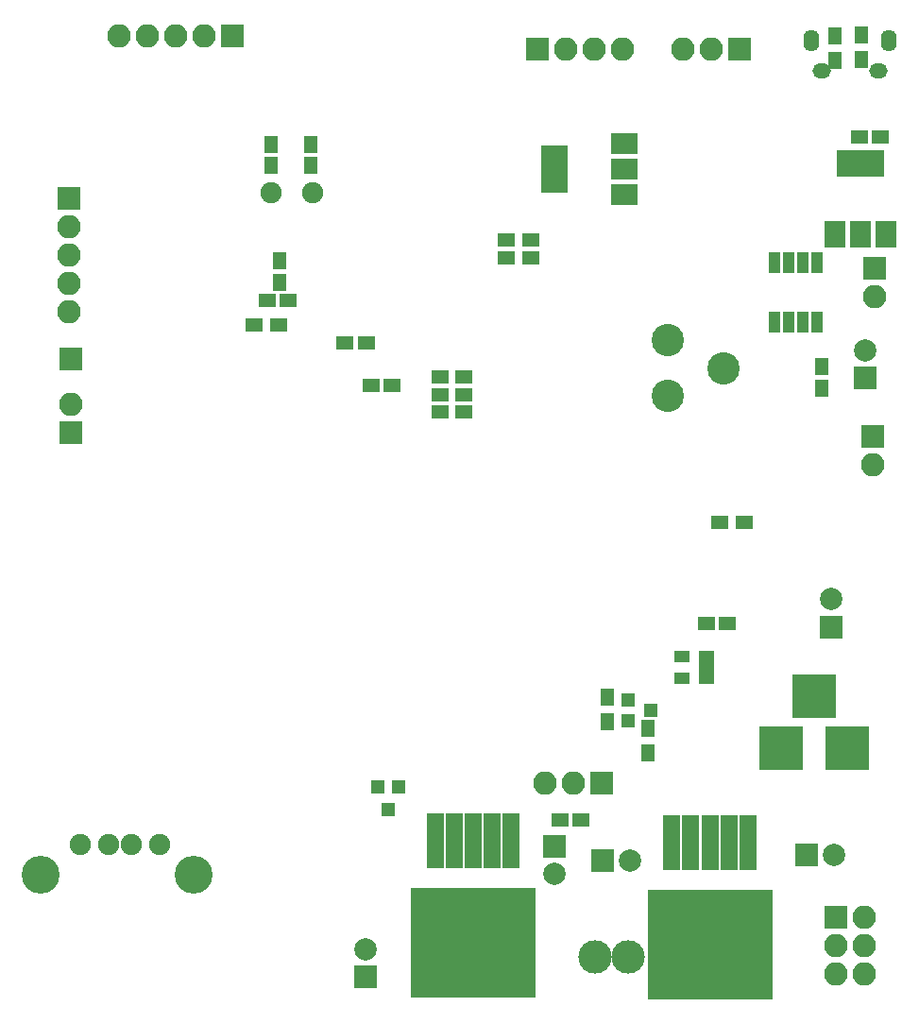
<source format=gbr>
G04 #@! TF.FileFunction,Soldermask,Bot*
%FSLAX46Y46*%
G04 Gerber Fmt 4.6, Leading zero omitted, Abs format (unit mm)*
G04 Created by KiCad (PCBNEW 4.0.7) date 05/28/18 17:48:26*
%MOMM*%
%LPD*%
G01*
G04 APERTURE LIST*
%ADD10C,0.100000*%
%ADD11R,3.900000X3.900000*%
%ADD12R,1.200000X1.300000*%
%ADD13R,1.300000X1.200000*%
%ADD14R,1.500000X5.000000*%
%ADD15R,11.200000X9.800000*%
%ADD16R,2.000000X2.000000*%
%ADD17C,2.000000*%
%ADD18R,1.460000X1.050000*%
%ADD19R,2.100000X2.100000*%
%ADD20O,2.100000X2.100000*%
%ADD21R,2.400000X4.200000*%
%ADD22R,2.400000X1.900000*%
%ADD23R,4.200000X2.400000*%
%ADD24R,1.900000X2.400000*%
%ADD25R,1.600000X1.150000*%
%ADD26R,1.150000X1.600000*%
%ADD27C,3.000000*%
%ADD28O,1.650000X1.350000*%
%ADD29O,1.400000X1.950000*%
%ADD30R,1.600000X1.300000*%
%ADD31R,1.300000X1.600000*%
%ADD32C,1.900000*%
%ADD33C,3.400000*%
%ADD34R,1.000000X1.950000*%
%ADD35C,2.900000*%
G04 APERTURE END LIST*
D10*
D11*
X181356000Y-127381000D03*
X187356000Y-127381000D03*
X184356000Y-122681000D03*
D12*
X145227000Y-130826000D03*
X147127000Y-130826000D03*
X146177000Y-132826000D03*
D13*
X167700000Y-124900000D03*
X167700000Y-123000000D03*
X169700000Y-123950000D03*
D14*
X150400000Y-135625000D03*
X152100000Y-135625000D03*
X153800000Y-135625000D03*
X155500000Y-135625000D03*
X157200000Y-135625000D03*
D15*
X153800000Y-144775000D03*
D16*
X144151000Y-147872000D03*
D17*
X144151000Y-145372000D03*
D16*
X161036000Y-136144000D03*
D17*
X161036000Y-138644000D03*
D16*
X185900000Y-116500000D03*
D17*
X185900000Y-114000000D03*
D18*
X174700000Y-119150000D03*
X174700000Y-120100000D03*
X174700000Y-121050000D03*
X172500000Y-121050000D03*
X172500000Y-119150000D03*
D19*
X159519000Y-64654000D03*
D20*
X162059000Y-64654000D03*
X164599000Y-64654000D03*
X167139000Y-64654000D03*
D21*
X161061000Y-75438000D03*
D22*
X167361000Y-75438000D03*
X167361000Y-77738000D03*
X167361000Y-73138000D03*
D19*
X189738000Y-84328000D03*
D20*
X189738000Y-86868000D03*
D14*
X171606000Y-135830000D03*
X173306000Y-135830000D03*
X175006000Y-135830000D03*
X176706000Y-135830000D03*
X178406000Y-135830000D03*
D15*
X175006000Y-144980000D03*
D23*
X188500000Y-74950000D03*
D24*
X188500000Y-81250000D03*
X186200000Y-81250000D03*
X190800000Y-81250000D03*
D19*
X177680000Y-64654000D03*
D20*
X175140000Y-64654000D03*
X172600000Y-64654000D03*
D25*
X137200000Y-87250000D03*
X135300000Y-87250000D03*
X142306000Y-91059000D03*
X144206000Y-91059000D03*
X163450000Y-133750000D03*
X161550000Y-133750000D03*
D16*
X183642000Y-136906000D03*
D17*
X186142000Y-136906000D03*
D16*
X165354000Y-137414000D03*
D17*
X167854000Y-137414000D03*
D25*
X190314000Y-72528000D03*
X188414000Y-72528000D03*
X174691000Y-116205000D03*
X176591000Y-116205000D03*
D26*
X135636000Y-73218000D03*
X135636000Y-75118000D03*
X139192000Y-73218000D03*
X139192000Y-75118000D03*
D19*
X165300000Y-130500000D03*
D20*
X162760000Y-130500000D03*
X160220000Y-130500000D03*
D27*
X164719000Y-146050000D03*
X167719000Y-146050000D03*
D28*
X190079000Y-66628000D03*
X185079000Y-66628000D03*
D29*
X191079000Y-63928000D03*
X184079000Y-63928000D03*
D30*
X152992000Y-94107000D03*
X150792000Y-94107000D03*
X150792000Y-97218500D03*
X152992000Y-97218500D03*
X152992000Y-95694500D03*
X150792000Y-95694500D03*
D31*
X169480000Y-125600000D03*
X169480000Y-127800000D03*
X186182000Y-65743000D03*
X186182000Y-63543000D03*
D30*
X175900000Y-107150000D03*
X178100000Y-107150000D03*
D31*
X188560000Y-63390000D03*
X188560000Y-65590000D03*
D30*
X136355000Y-89408000D03*
X134155000Y-89408000D03*
D31*
X165850000Y-125000000D03*
X165850000Y-122800000D03*
D32*
X135636000Y-77533500D03*
X139436000Y-77533500D03*
D25*
X144650000Y-94810000D03*
X146550000Y-94810000D03*
D26*
X136398000Y-85582800D03*
X136398000Y-83682800D03*
X185039000Y-95057000D03*
X185039000Y-93157000D03*
D19*
X117700000Y-99100000D03*
D20*
X117700000Y-96560000D03*
D32*
X125710000Y-136000000D03*
X123170000Y-136000000D03*
X121140000Y-136000000D03*
X118600000Y-136000000D03*
D33*
X128760000Y-138670000D03*
X115040000Y-138670000D03*
D19*
X117600000Y-78100000D03*
D20*
X117600000Y-80640000D03*
X117600000Y-83180000D03*
X117600000Y-85720000D03*
X117600000Y-88260000D03*
D19*
X189611000Y-99441000D03*
D20*
X189611000Y-101981000D03*
D19*
X117700000Y-92500000D03*
D34*
X180795000Y-83800000D03*
X182065000Y-83800000D03*
X183335000Y-83800000D03*
X184605000Y-83800000D03*
X184605000Y-89200000D03*
X183335000Y-89200000D03*
X182065000Y-89200000D03*
X180795000Y-89200000D03*
D19*
X186300000Y-142500000D03*
D20*
X188840000Y-142500000D03*
X186300000Y-145040000D03*
X188840000Y-145040000D03*
X186300000Y-147580000D03*
X188840000Y-147580000D03*
D30*
X156761000Y-81788000D03*
X158961000Y-81788000D03*
X156761000Y-83439000D03*
X158961000Y-83439000D03*
D35*
X176236000Y-93305000D03*
X171196000Y-95805000D03*
X171196000Y-90805000D03*
D19*
X132207000Y-63500000D03*
D20*
X129667000Y-63500000D03*
X127127000Y-63500000D03*
X124587000Y-63500000D03*
X122047000Y-63500000D03*
D16*
X188940000Y-94160000D03*
D17*
X188940000Y-91660000D03*
M02*

</source>
